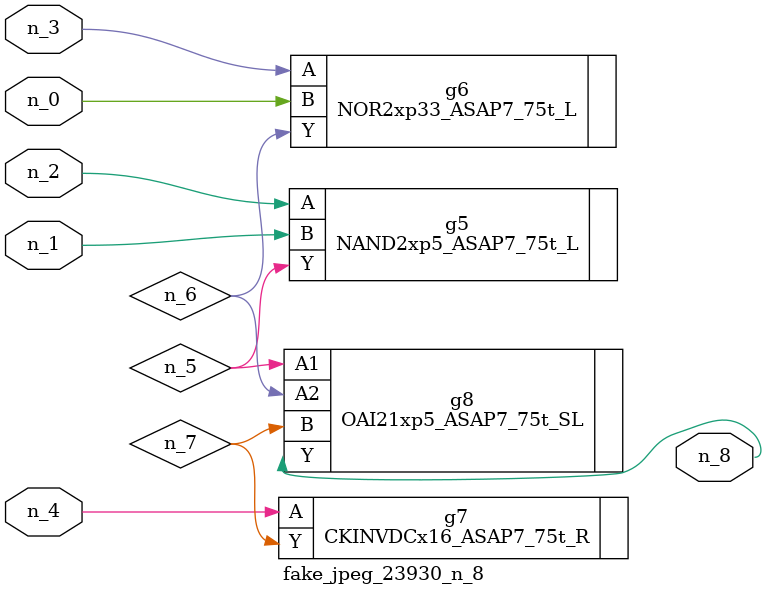
<source format=v>
module fake_jpeg_23930_n_8 (n_3, n_2, n_1, n_0, n_4, n_8);

input n_3;
input n_2;
input n_1;
input n_0;
input n_4;

output n_8;

wire n_6;
wire n_5;
wire n_7;

NAND2xp5_ASAP7_75t_L g5 ( 
.A(n_2),
.B(n_1),
.Y(n_5)
);

NOR2xp33_ASAP7_75t_L g6 ( 
.A(n_3),
.B(n_0),
.Y(n_6)
);

CKINVDCx16_ASAP7_75t_R g7 ( 
.A(n_4),
.Y(n_7)
);

OAI21xp5_ASAP7_75t_SL g8 ( 
.A1(n_5),
.A2(n_6),
.B(n_7),
.Y(n_8)
);


endmodule
</source>
